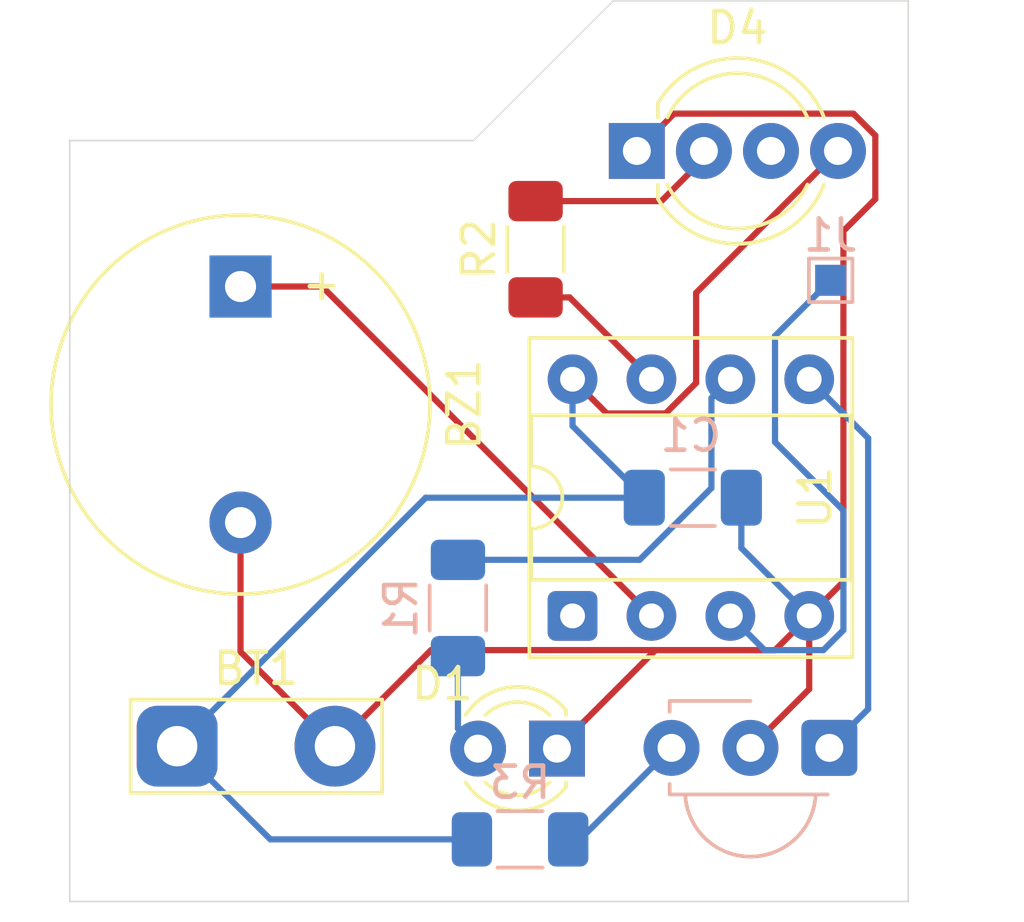
<source format=kicad_pcb>
(kicad_pcb (version 20241229) (generator "pcbnew") (generator_version "9.0")
  (layers (0 "F.Cu" signal) (2 "B.Cu" signal) (13 "F.Paste" user) (15 "B.Paste" user) (5 "F.SilkS" user "F.Silkscreen") (7 "B.SilkS" user "B.Silkscreen") (1 "F.Mask" user) (3 "B.Mask" user) (25 "Edge.Cuts" user))
  (net 0 "")
  (net 1 "/VCC")
  (net 2 "GND")
  (net 3 "unconnected-(U1-~{RESET}{slash}PB5-Pad1)")
  (net 4 "Net-(BZ1-+)")
  (net 5 "Net-(D1-A)")
  (net 6 "Net-(D4-DIN)")
  (net 8 "Net-(J1-Pin_1)")
  (net 9 "Net-(U1-PB1)")
  (net 10 "Net-(U1-PB2)")
  (net 11 "Net-(U1-AREF{slash}PB0)")
  (footprint "LED_THT:LED_D3.0mm" (layer "F.Cu") (at 115.687669 133.578537 180)
    (property "Reference" "D1" (at 3.687669 2.078537 180) (layer "F.SilkS"))
    (property "Value" "TSAL6200")
    (fp_line (start -0.29 1.08) (end -0.29 1.236) (stroke (width 0.12)) (layer "F.SilkS"))
    (fp_line (start -0.29 -1.236) (end -0.29 -1.08) (stroke (width 0.12)) (layer "F.SilkS"))
    (fp_arc (start 2.941437 1.08) (mid 1.36566 1.987699) (end -0.29 1.235516) (stroke (width 0.12)) (layer "F.SilkS"))
    (fp_arc (start 2.310961 1.08) (mid 1.27 1.5) (end 0.229039 1.08) (stroke (width 0.12)) (layer "F.SilkS"))
    (fp_arc (start 0.229039 -1.08) (mid 1.27 -1.5) (end 2.310961 -1.08) (stroke (width 0.12)) (layer "F.SilkS"))
    (fp_arc (start -0.29 -1.235516) (mid 1.36566 -1.987699) (end 2.941437 -1.08) (stroke (width 0.12)) (layer "F.SilkS"))
    (pad "1" thru_hole rect (at 0 0 180) (size 1.8 1.8) (drill 0.9) (layers "*.Cu" "*.Mask") (net 2 "GND"))
    (pad "2" thru_hole circle (at 2.54 0 180) (size 1.8 1.8) (drill 0.9) (layers "*.Cu" "*.Mask") (net 5 "Net-(D1-A)"))
  )
  (footprint "Buzzer_Beeper:Buzzer_12x9.5RM7.6" (layer "F.Cu") (at 105.5 118.7 -90)
    (property "Reference" "BZ1" (at 3.8 -7.2 90) (layer "F.SilkS"))
    (property "Value" "Buzzer")
    (fp_circle (center 3.8 0) (end 9.9 0) (stroke (width 0.12)) (fill no) (layer "F.SilkS"))
    (fp_text user "+" (at -0.01 -2.54 90) (layer "F.SilkS"))
    (pad "1" thru_hole rect (at 0 0 270) (size 2 2) (drill 1) (layers "*.Cu" "*.Mask") (net 4 "Net-(BZ1-+)"))
    (pad "2" thru_hole circle (at 7.6 0 270) (size 2 2) (drill 1) (layers "*.Cu" "*.Mask") (net 2 "GND"))
  )
  (footprint "Resistor_SMD:R_1206_3216Metric_Pad1.30x1.75mm_HandSolder" (layer "F.Cu") (at 115 117.5 90)
    (property "Reference" "R2" (at 0 -1.83 90) (layer "F.SilkS"))
    (property "Value" "300R")
    (fp_line (start -0.727064 -0.91) (end 0.727064 -0.91) (stroke (width 0.12)) (layer "F.SilkS"))
    (fp_line (start -0.727064 0.91) (end 0.727064 0.91) (stroke (width 0.12)) (layer "F.SilkS"))
    (pad "1" smd roundrect (at -1.55 0 90) (size 1.3 1.75) (layers "F.Cu" "F.Mask" "F.Paste") (roundrect_rratio 0.192308) (net 10 "Net-(U1-PB2)"))
    (pad "2" smd roundrect (at 1.55 0 90) (size 1.3 1.75) (layers "F.Cu" "F.Mask" "F.Paste") (roundrect_rratio 0.192308) (net 6 "Net-(D4-DIN)"))
  )
  (footprint "TestPoint:TestPoint_2Pads_Pitch5.08mm_Drill1.3mm" (layer "F.Cu") (at 103.46 133.5)
    (property "Reference" "BT1" (at 2.54 -2.5 0) (layer "F.SilkS"))
    (property "Value" "BatteryHolder_2xAAA")
    (fp_line (start -1.5 -1.5) (end -1.5 1.5) (stroke (width 0.12)) (layer "F.SilkS"))
    (fp_line (start -1.5 -1.5) (end 6.6 -1.5) (stroke (width 0.12)) (layer "F.SilkS"))
    (fp_line (start 6.6 1.5) (end -1.5 1.5) (stroke (width 0.12)) (layer "F.SilkS"))
    (fp_line (start 6.6 1.5) (end 6.6 -1.5) (stroke (width 0.12)) (layer "F.SilkS"))
    (pad "1" thru_hole roundrect (at 0 0) (size 2.6 2.6) (drill 1.3) (layers "*.Cu" "*.Mask") (net 1 "/VCC"))
    (pad "2" thru_hole circle (at 5.08 0) (size 2.6 2.6) (drill 1.3) (layers "*.Cu" "*.Mask") (net 2 "GND"))
  )
  (footprint "Package_DIP:DIP-8_W7.62mm_Socket" (layer "F.Cu") (at 116.19 129.305 90)
    (property "Reference" "U1" (at 3.81 7.81 90) (layer "F.SilkS"))
    (property "Value" "ATtiny85-20P")
    (fp_line (start 6.46 -1.33) (end 4.81 -1.33) (stroke (width 0.12)) (layer "F.SilkS"))
    (fp_line (start 2.81 -1.33) (end 1.16 -1.33) (stroke (width 0.12)) (layer "F.SilkS"))
    (fp_line (start 1.16 -1.33) (end 1.16 8.95) (stroke (width 0.12)) (layer "F.SilkS"))
    (fp_line (start 6.46 8.95) (end 6.46 -1.33) (stroke (width 0.12)) (layer "F.SilkS"))
    (fp_line (start 1.16 8.95) (end 6.46 8.95) (stroke (width 0.12)) (layer "F.SilkS"))
    (fp_rect (start -1.33 -1.39) (end 8.95 9.01) (stroke (width 0.12)) (fill no) (layer "F.SilkS"))
    (fp_arc (start 4.81 -1.33) (mid 3.81 -0.33) (end 2.81 -1.33) (stroke (width 0.12)) (layer "F.SilkS"))
    (pad "1" thru_hole roundrect (at 0 0 90) (size 1.6 1.6) (drill 0.8) (layers "*.Cu" "*.Mask") (roundrect_rratio 0.15625) (net 3 "unconnected-(U1-~{RESET}{slash}PB5-Pad1)"))
    (pad "2" thru_hole circle (at 0 2.54 90) (size 1.6 1.6) (drill 0.8) (layers "*.Cu" "*.Mask") (net 4 "Net-(BZ1-+)"))
    (pad "3" thru_hole circle (at 0 5.08 90) (size 1.6 1.6) (drill 0.8) (layers "*.Cu" "*.Mask") (net 8 "Net-(J1-Pin_1)"))
    (pad "4" thru_hole circle (at 0 7.62 90) (size 1.6 1.6) (drill 0.8) (layers "*.Cu" "*.Mask") (net 2 "GND"))
    (pad "5" thru_hole circle (at 7.62 7.62 90) (size 1.6 1.6) (drill 0.8) (layers "*.Cu" "*.Mask") (net 11 "Net-(U1-AREF{slash}PB0)"))
    (pad "6" thru_hole circle (at 7.62 5.08 90) (size 1.6 1.6) (drill 0.8) (layers "*.Cu" "*.Mask") (net 9 "Net-(U1-PB1)"))
    (pad "7" thru_hole circle (at 7.62 2.54 90) (size 1.6 1.6) (drill 0.8) (layers "*.Cu" "*.Mask") (net 10 "Net-(U1-PB2)"))
    (pad "8" thru_hole circle (at 7.62 0 90) (size 1.6 1.6) (drill 0.8) (layers "*.Cu" "*.Mask") (net 1 "/VCC"))
  )
  (footprint "LED_THT:LED_D5.0mm-4_RGB_Wide_Pins" (layer "F.Cu") (at 118.26 114.335)
    (property "Reference" "D4" (at 3.2385 -3.96 0) (layer "F.SilkS"))
    (property "Value" "LiteOn_LTST-E563C")
    (fp_line (start 0.6785 -1.545) (end 0.6785 -1.08) (stroke (width 0.12)) (layer "F.SilkS"))
    (fp_line (start 0.6785 1.08) (end 0.6785 1.545) (stroke (width 0.12)) (layer "F.SilkS"))
    (fp_arc (start 0.6785 -1.54483) (mid 3.496956 -2.978809) (end 6.026315 -1.080827) (stroke (width 0.12)) (layer "F.SilkS"))
    (fp_arc (start 0.983816 -1.08) (mid 3.238262 -2.5) (end 5.492979 -1.080429) (stroke (width 0.12)) (layer "F.SilkS"))
    (fp_arc (start 5.492979 1.080429) (mid 3.238262 2.5) (end 0.983816 1.08) (stroke (width 0.12)) (layer "F.SilkS"))
    (fp_arc (start 6.026315 1.080827) (mid 3.496956 2.978808) (end 0.6785 1.54483) (stroke (width 0.12)) (layer "F.SilkS"))
    (pad "1" thru_hole rect (at 0 0) (size 1.8 1.8) (drill 0.9) (layers "*.Cu" "*.Mask") (net 2 "GND"))
    (pad "2" thru_hole circle (at 2.159 0) (size 1.8 1.8) (drill 0.9) (layers "*.Cu" "*.Mask") (net 6 "Net-(D4-DIN)"))
    (pad "3" thru_hole circle (at 4.318 0) (size 1.8 1.8) (drill 0.9) (layers "*.Cu" "*.Mask"))
    (pad "4" thru_hole circle (at 6.477 0) (size 1.8 1.8) (drill 0.9) (layers "*.Cu" "*.Mask") (net 1 "/VCC"))
  )
  (footprint "OptoDevice:Vishay_MINICAST-3Pin" (layer "B.Cu") (at 124.457669 133.553537 180)
    (property "Reference" "U2" (hide yes))
    (property "Value" "TSOP382xx")
    (fp_line (start 5.14 1.51) (end 2.54 1.51) (stroke (width 0.12)) (layer "B.SilkS"))
    (fp_line (start 5.14 1.16) (end 5.14 1.51) (stroke (width 0.12)) (layer "B.SilkS"))
    (fp_line (start 5.14 -1.16) (end 5.14 -1.5) (stroke (width 0.12)) (layer "B.SilkS"))
    (fp_line (start 5.14 -1.5) (end 0.05 -1.5) (stroke (width 0.12)) (layer "B.SilkS"))
    (fp_arc (start 0.440083 -1.501736) (mid 2.540869 -3.50238) (end 4.64 -1.5) (stroke (width 0.12)) (layer "B.SilkS"))
    (pad "1" thru_hole roundrect (at 0 0 180) (size 1.8 1.8) (drill 0.9) (layers "*.Cu" "*.Mask") (roundrect_rratio 0.139) (net 11 "Net-(U1-AREF{slash}PB0)"))
    (pad "2" thru_hole circle (at 2.54 0 180) (size 1.8 1.8) (drill 0.9) (layers "*.Cu" "*.Mask") (net 2 "GND"))
    (pad "3" thru_hole circle (at 5.08 0 180) (size 1.8 1.8) (drill 0.9) (layers "*.Cu" "*.Mask") (net 1 "/VCC"))
  )
  (footprint "Capacitor_SMD:C_1206_3216Metric_Pad1.33x1.80mm_HandSolder" (layer "B.Cu") (at 120.0625 125.5)
    (property "Reference" "C1" (at -0.0625 -2 0) (layer "B.SilkS") (effects (justify mirror)))
    (property "Value" "0.1µF")
    (fp_line (start -0.711252 -0.91) (end 0.711252 -0.91) (stroke (width 0.12)) (layer "B.SilkS"))
    (fp_line (start -0.711252 0.91) (end 0.711252 0.91) (stroke (width 0.12)) (layer "B.SilkS"))
    (pad "1" smd roundrect (at -1.5625 0) (size 1.325 1.8) (layers "B.Cu" "B.Mask" "B.Paste") (roundrect_rratio 0.188679) (net 1 "/VCC"))
    (pad "2" smd roundrect (at 1.5625 0) (size 1.325 1.8) (layers "B.Cu" "B.Mask" "B.Paste") (roundrect_rratio 0.188679) (net 2 "GND"))
  )
  (footprint "Resistor_SMD:R_1206_3216Metric_Pad1.30x1.75mm_HandSolder" (layer "B.Cu") (at 112.5 129.05 -90)
    (property "Reference" "R1" (at 0 1.83 90) (layer "B.SilkS") (effects (justify mirror)))
    (property "Value" "47R")
    (fp_line (start -0.727064 0.91) (end 0.727064 0.91) (stroke (width 0.12)) (layer "B.SilkS"))
    (fp_line (start -0.727064 -0.91) (end 0.727064 -0.91) (stroke (width 0.12)) (layer "B.SilkS"))
    (pad "1" smd roundrect (at -1.55 0 270) (size 1.3 1.75) (layers "B.Cu" "B.Mask" "B.Paste") (roundrect_rratio 0.192308) (net 9 "Net-(U1-PB1)"))
    (pad "2" smd roundrect (at 1.55 0 270) (size 1.3 1.75) (layers "B.Cu" "B.Mask" "B.Paste") (roundrect_rratio 0.192308) (net 5 "Net-(D1-A)"))
  )
  (footprint "Resistor_SMD:R_1206_3216Metric_Pad1.30x1.75mm_HandSolder" (layer "B.Cu") (at 114.5 136.5 180)
    (property "Reference" "R3" (at 0 1.83 0) (layer "B.SilkS") (effects (justify mirror)))
    (property "Value" "100R")
    (fp_line (start -0.727064 0.91) (end 0.727064 0.91) (stroke (width 0.12)) (layer "B.SilkS"))
    (fp_line (start -0.727064 -0.91) (end 0.727064 -0.91) (stroke (width 0.12)) (layer "B.SilkS"))
    (pad "1" smd roundrect (at -1.55 0 180) (size 1.3 1.75) (layers "B.Cu" "B.Mask" "B.Paste") (roundrect_rratio 0.192308) (net 1 "/VCC"))
    (pad "2" smd roundrect (at 1.55 0 180) (size 1.3 1.75) (layers "B.Cu" "B.Mask" "B.Paste") (roundrect_rratio 0.192308) (net 1 "/VCC"))
  )
  (footprint "TestPoint:TestPoint_Pad_1.0x1.0mm" (layer "B.Cu") (at 124.5 118.5 180)
    (property "Reference" "J1" (at 0 1.448 0) (layer "B.SilkS") (effects (justify mirror)))
    (property "Value" "Conn_01x01_Pin")
    (fp_line (start 0.7 0.7) (end 0.7 -0.7) (stroke (width 0.12)) (layer "B.SilkS"))
    (fp_line (start 0.7 -0.7) (end -0.7 -0.7) (stroke (width 0.12)) (layer "B.SilkS"))
    (fp_line (start -0.7 0.7) (end 0.7 0.7) (stroke (width 0.12)) (layer "B.SilkS"))
    (fp_line (start -0.7 -0.7) (end -0.7 0.7) (stroke (width 0.12)) (layer "B.SilkS"))
    (pad "1" smd rect (at 0 0 180) (size 1 1) (layers "B.Cu" "B.Mask") (net 8 "Net-(J1-Pin_1)"))
  )
  (gr_line (start 117.5 109.5) (end 127 109.5) (stroke (width 0.05)) (layer "Edge.Cuts"))
  (gr_line (start 100 114) (end 113 114) (stroke (width 0.05)) (layer "Edge.Cuts"))
  (gr_line (start 100 138.5) (end 100 114) (stroke (width 0.05)) (layer "Edge.Cuts"))
  (gr_line (start 100 138.5) (end 127 138.5) (stroke (width 0.05)) (layer "Edge.Cuts"))
  (gr_line (start 113 114) (end 117.5 109.5) (stroke (width 0.05)) (layer "Edge.Cuts"))
  (gr_line (start 127 109.5) (end 127 114) (stroke (width 0.05)) (layer "Edge.Cuts"))
  (gr_line (start 127 114) (end 127 138.5) (stroke (width 0.05)) (layer "Edge.Cuts"))
  (segment (start 119.18605 122.786) (end 120.169 121.80305) (width 0.2) (layer "F.Cu") (net 1))
  (segment (start 124.737 114.335) (end 120.169 118.903) (width 0.2) (layer "F.Cu") (net 1))
  (segment (start 116.19 121.685) (end 117.291 122.786) (width 0.2) (layer "F.Cu") (net 1))
  (segment (start 120.169 118.903) (end 120.169 121.80305) (width 0.2) (layer "F.Cu") (net 1))
  (segment (start 117.291 122.786) (end 119.18605 122.786) (width 0.2) (layer "F.Cu") (net 1))
  (segment (start 118.5 125.5) (end 111.46 125.5) (width 0.2) (layer "B.Cu") (net 1))
  (segment (start 116.19 121.685) (end 116.19 123.19) (width 0.2) (layer "B.Cu") (net 1))
  (segment (start 116.5 136.5) (end 116.5 136.431206) (width 0.2) (layer "B.Cu") (net 1))
  (segment (start 106.46 136.5) (end 103.46 133.5) (width 0.2) (layer "B.Cu") (net 1))
  (segment (start 116.5 136.431206) (end 119.377669 133.553537) (width 0.2) (layer "B.Cu") (net 1))
  (segment (start 112.95 136.5) (end 106.46 136.5) (width 0.2) (layer "B.Cu") (net 1))
  (segment (start 116.05 136.5) (end 116.5 136.5) (width 0.2) (layer "B.Cu") (net 1))
  (segment (start 116.19 123.19) (end 118.5 125.5) (width 0.2) (layer "B.Cu") (net 1))
  (segment (start 111.46 125.5) (end 103.46 133.5) (width 0.2) (layer "B.Cu") (net 1))
  (segment (start 125.938 115.884) (end 124.911 116.911) (width 0.2) (layer "F.Cu") (net 2))
  (segment (start 111.634 130.406) (end 122.709 130.406) (width 0.2) (layer "F.Cu") (net 2))
  (segment (start 124.911 116.911) (end 124.911 128.204) (width 0.2) (layer "F.Cu") (net 2))
  (segment (start 105.5 130.46) (end 105.5 126.3) (width 0.2) (layer "F.Cu") (net 2))
  (segment (start 124.911 128.204) (end 123.81 129.305) (width 0.2) (layer "F.Cu") (net 2))
  (segment (start 108.54 133.5) (end 105.5 130.46) (width 0.2) (layer "F.Cu") (net 2))
  (segment (start 125.938 113.837529) (end 125.938 115.884) (width 0.2) (layer "F.Cu") (net 2))
  (segment (start 108.54 133.5) (end 111.634 130.406) (width 0.2) (layer "F.Cu") (net 2))
  (segment (start 122.709 130.406) (end 118.860206 130.406) (width 0.2) (layer "F.Cu") (net 2))
  (segment (start 118.860206 130.406) (end 115.687669 133.578537) (width 0.2) (layer "F.Cu") (net 2))
  (segment (start 123.81 129.305) (end 123.81 131.661206) (width 0.2) (layer "F.Cu") (net 2))
  (segment (start 125.234471 113.134) (end 125.938 113.837529) (width 0.2) (layer "F.Cu") (net 2))
  (segment (start 123.81 131.661206) (end 121.917669 133.553537) (width 0.2) (layer "F.Cu") (net 2))
  (segment (start 118.26 114.335) (end 119.461 113.134) (width 0.2) (layer "F.Cu") (net 2))
  (segment (start 122.709 130.406) (end 123.81 129.305) (width 0.2) (layer "F.Cu") (net 2))
  (segment (start 119.461 113.134) (end 125.234471 113.134) (width 0.2) (layer "F.Cu") (net 2))
  (segment (start 121.625 127.12) (end 123.81 129.305) (width 0.2) (layer "B.Cu") (net 2))
  (segment (start 121.625 125.5) (end 121.625 127.12) (width 0.2) (layer "B.Cu") (net 2))
  (segment (start 115.594 129.901) (end 116.19 129.305) (width 0.2) (layer "B.Cu") (net 3))
  (segment (start 105.5 118.7) (end 108.125 118.7) (width 0.2) (layer "F.Cu") (net 4))
  (segment (start 108.125 118.7) (end 118.73 129.305) (width 0.2) (layer "F.Cu") (net 4))
  (segment (start 112.5 131.05) (end 112.5 132.930868) (width 0.2) (layer "B.Cu") (net 5))
  (segment (start 112.5 132.930868) (end 113.147669 133.578537) (width 0.2) (layer "B.Cu") (net 5))
  (segment (start 112.5 131.05) (end 113 130.55) (width 0.2) (layer "B.Cu") (net 5))
  (segment (start 120.419 114.581) (end 119.05 115.95) (width 0.2) (layer "F.Cu") (net 6))
  (segment (start 120.419 114.335) (end 120.419 114.581) (width 0.2) (layer "F.Cu") (net 6))
  (segment (start 119.05 115.95) (end 115 115.95) (width 0.2) (layer "F.Cu") (net 6))
  (segment (start 122.371 130.406) (end 121.27 129.305) (width 0.2) (layer "B.Cu") (net 8))
  (segment (start 124.911 125.911) (end 124.911 129.76105) (width 0.2) (layer "B.Cu") (net 8))
  (segment (start 122.709 120.291) (end 122.709 123.709) (width 0.2) (layer "B.Cu") (net 8))
  (segment (start 124.5 118.5) (end 122.709 120.291) (width 0.2) (layer "B.Cu") (net 8))
  (segment (start 124.26605 130.406) (end 122.371 130.406) (width 0.2) (layer "B.Cu") (net 8))
  (segment (start 122.709 123.709) (end 124.911 125.911) (width 0.2) (layer "B.Cu") (net 8))
  (segment (start 124.911 129.76105) (end 124.26605 130.406) (width 0.2) (layer "B.Cu") (net 8))
  (segment (start 121.27 121.685) (end 120.6615 122.2935) (width 0.2) (layer "B.Cu") (net 9))
  (segment (start 120.6615 122.2935) (end 120.6615 125.18716) (width 0.2) (layer "B.Cu") (net 9))
  (segment (start 120.6615 125.18716) (end 118.34866 127.5) (width 0.2) (layer "B.Cu") (net 9))
  (segment (start 118.34866 127.5) (end 112.5 127.5) (width 0.2) (layer "B.Cu") (net 9))
  (segment (start 115 119.05) (end 116.095 119.05) (width 0.2) (layer "F.Cu") (net 10))
  (segment (start 116.095 119.05) (end 118.73 121.685) (width 0.2) (layer "F.Cu") (net 10))
  (segment (start 125.707 132.304206) (end 125.707 123.582) (width 0.2) (layer "B.Cu") (net 11))
  (segment (start 125.707 123.582) (end 123.81 121.685) (width 0.2) (layer "B.Cu") (net 11))
  (segment (start 124.457669 133.553537) (end 125.707 132.304206) (width 0.2) (layer "B.Cu") (net 11))
)
</source>
